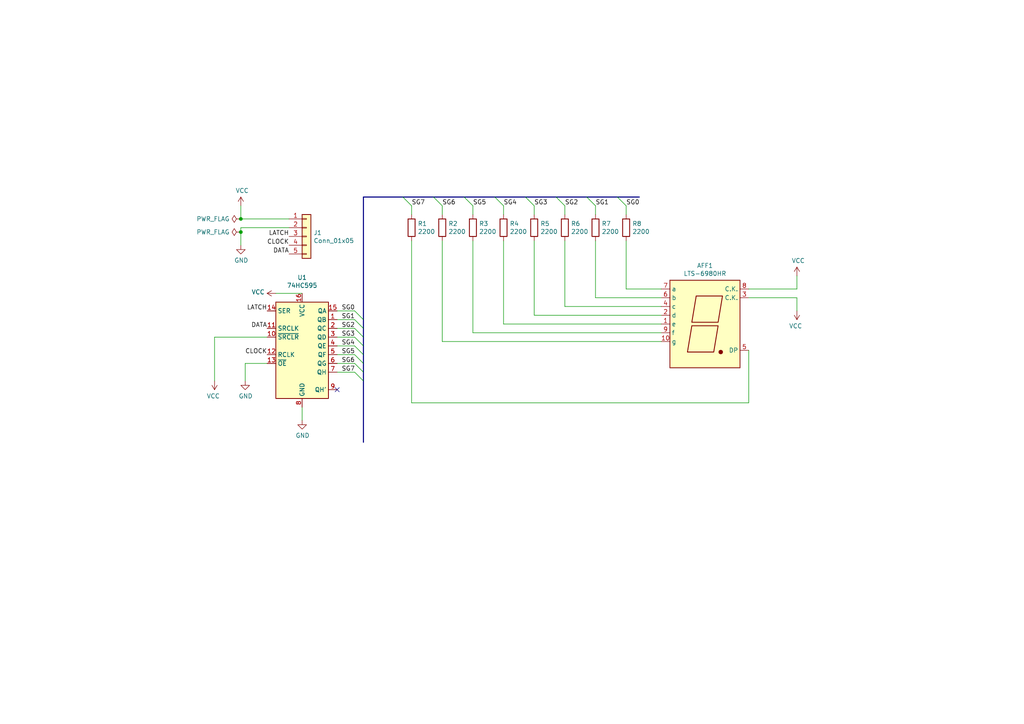
<source format=kicad_sch>
(kicad_sch (version 20211123) (generator eeschema)
  (paper "A4")
  (title_block (title "Seven Segment Display"))
  (lib_symbols
    (symbol "74xx:74HC595"
      (property "Reference" "U" (at -7.62 13.97 0))
      (property "Value" "74HC595" (at -7.62 -16.51 0))
      (symbol "74HC595_1_0"
        (pin tri_state line (at 10.16 7.62 180) (length 2.54) (name "QB") (number "1"))
        (pin input line (at -10.16 2.54 0) (length 2.54) (name "~{SRCLR}") (number "10"))
        (pin input line (at -10.16 5.08 0) (length 2.54) (name "SRCLK") (number "11"))
        (pin input line (at -10.16 -2.54 0) (length 2.54) (name "RCLK") (number "12"))
        (pin input line (at -10.16 -5.08 0) (length 2.54) (name "~{OE}") (number "13"))
        (pin input line (at -10.16 10.16 0) (length 2.54) (name "SER") (number "14"))
        (pin tri_state line (at 10.16 10.16 180) (length 2.54) (name "QA") (number "15"))
        (pin power_in line (at 0 15.24 270) (length 2.54) (name "VCC") (number "16"))
        (pin tri_state line (at 10.16 5.08 180) (length 2.54) (name "QC") (number "2"))
        (pin tri_state line (at 10.16 2.54 180) (length 2.54) (name "QD") (number "3"))
        (pin tri_state line (at 10.16 0 180) (length 2.54) (name "QE") (number "4"))
        (pin tri_state line (at 10.16 -2.54 180) (length 2.54) (name "QF") (number "5"))
        (pin tri_state line (at 10.16 -5.08 180) (length 2.54) (name "QG") (number "6"))
        (pin tri_state line (at 10.16 -7.62 180) (length 2.54) (name "QH") (number "7"))
        (pin power_in line (at 0 -17.78 90) (length 2.54) (name "GND") (number "8"))
        (pin output line (at 10.16 -12.7 180) (length 2.54) (name "QH'") (number "9"))
      )
      (symbol "74HC595_1_1"
        (rectangle (start -7.62 12.7) (end 7.62 -15.24) (stroke (width 0.254)) (fill (type background)))
      )
    )
    (symbol "Connector_Generic:Conn_01x05" (pin_names (offset 1.016) hide)
      (property "Reference" "J" (at 0 7.62 0))
      (property "Value" "Conn_01x05" (at 0 -7.62 0))
      (symbol "Conn_01x05_1_1"
        (rectangle (start -1.27 -4.953) (end 0 -5.207) (stroke (width 0.1524)))
        (rectangle (start -1.27 -2.413) (end 0 -2.667) (stroke (width 0.1524)))
        (rectangle (start -1.27 0.127) (end 0 -0.127) (stroke (width 0.1524)))
        (rectangle (start -1.27 2.667) (end 0 2.413) (stroke (width 0.1524)))
        (rectangle (start -1.27 5.207) (end 0 4.953) (stroke (width 0.1524)))
        (rectangle (start -1.27 6.35) (end 1.27 -6.35) (stroke (width 0.254)) (fill (type background)))
        (pin passive line (at -5.08 5.08 0) (length 3.81) (name "Pin_1") (number "1"))
        (pin passive line (at -5.08 2.54 0) (length 3.81) (name "Pin_2") (number "2"))
        (pin passive line (at -5.08 0 0) (length 3.81) (name "Pin_3") (number "3"))
        (pin passive line (at -5.08 -2.54 0) (length 3.81) (name "Pin_4") (number "4"))
        (pin passive line (at -5.08 -5.08 0) (length 3.81) (name "Pin_5") (number "5"))
      )
    )
    (symbol "Device:R" (pin_numbers hide) (pin_names (offset 0))
      (property "Reference" "R" (at 2.032 0 90))
      (property "Value" "R" (at 0 0 90))
      (symbol "R_0_1"
        (rectangle (start -1.016 -2.54) (end 1.016 2.54) (stroke (width 0.254)))
      )
      (symbol "R_1_1"
        (pin passive line (at 0 3.81 270) (length 1.27) (name "~") (number "1"))
        (pin passive line (at 0 -3.81 90) (length 1.27) (name "~") (number "2"))
      )
    )
    (symbol "Display_Character:LTS-6980HR"
      (property "Reference" "AFF" (at -7.874 13.97 0))
      (property "Value" "LTS-6980HR" (at 4.064 13.97 0))
      (symbol "LTS-6980HR_0_1"
        (rectangle (start -10.16 12.7) (end 10.16 -12.7) (stroke (width 0.254)) (fill (type background)))
        (polyline (pts (xy -3.81 -0.508) (xy 3.81 -0.508) (xy 2.54 -8.128) (xy -5.08 -8.128) (xy -3.81 -0.508) (xy -3.81 -0.508)) (stroke (width 0.254)))
        (polyline (pts (xy -2.54 8.128) (xy 5.08 8.128) (xy 3.81 0.508) (xy -3.81 0.508) (xy -2.54 8.128) (xy -2.54 8.128)) (stroke (width 0.254)))
        (circle (center 4.572 -8.128) (radius 0.508) (stroke (width 0.254)) (fill (type outline)))
      )
      (symbol "LTS-6980HR_1_1"
        (pin passive line (at -12.7 0 0) (length 2.54) (name "e") (number "1"))
        (pin passive line (at -12.7 -5.08 0) (length 2.54) (name "g") (number "10"))
        (pin passive line (at -12.7 2.54 0) (length 2.54) (name "d") (number "2"))
        (pin passive line (at 12.7 7.62 180) (length 2.54) (name "C.K.") (number "3"))
        (pin passive line (at -12.7 5.08 0) (length 2.54) (name "c") (number "4"))
        (pin passive line (at 12.7 -7.62 180) (length 2.54) (name "DP") (number "5"))
        (pin passive line (at -12.7 7.62 0) (length 2.54) (name "b") (number "6"))
        (pin passive line (at -12.7 10.16 0) (length 2.54) (name "a") (number "7"))
        (pin passive line (at 12.7 10.16 180) (length 2.54) (name "C.K.") (number "8"))
        (pin passive line (at -12.7 -2.54 0) (length 2.54) (name "f") (number "9"))
      )
    )
    (symbol "power:GND" (power) (pin_names (offset 0))
      (property "Value" "GND" (at 0 -3.81 0))
      (symbol "GND_0_1"
        (polyline (pts (xy 0 0) (xy 0 -1.27) (xy 1.27 -1.27) (xy 0 -2.54) (xy -1.27 -1.27) (xy 0 -1.27)))
      )
      (symbol "GND_1_1"
        (pin power_in line (at 0 0 270) (length 0) hide (name "GND") (number "1"))
      )
    )
    (symbol "power:PWR_FLAG" (power) (pin_numbers hide) (pin_names (offset 0) hide)
      (property "Value" "PWR_FLAG" (at 0 3.81 0))
      (symbol "PWR_FLAG_0_0"
        (pin power_out line (at 0 0 90) (length 0) (name "pwr") (number "1"))
      )
      (symbol "PWR_FLAG_0_1"
        (polyline (pts (xy 0 0) (xy 0 1.27) (xy -1.016 1.905) (xy 0 2.54) (xy 1.016 1.905) (xy 0 1.27)))
      )
    )
    (symbol "power:VCC" (power) (pin_names (offset 0))
      (property "Value" "VCC" (at 0 3.81 0))
      (symbol "VCC_0_1"
        (polyline (pts (xy -0.762 1.27) (xy 0 2.54)))
        (polyline (pts (xy 0 0) (xy 0 2.54)))
        (polyline (pts (xy 0 2.54) (xy 0.762 1.27)))
      )
      (symbol "VCC_1_1"
        (pin power_in line (at 0 0 90) (length 0) hide (name "VCC") (number "1"))
      )
    )
  )
  (junction (at 69.85 67.31))
  (junction (at 69.85 63.5))
  (no_connect (at 97.79 113.03))
  (bus_entry (at 179.07 57.15) (size 2.54 2.54))
  (bus_entry (at 105.41 102.87) (size -2.54 -2.54))
  (bus_entry (at 161.29 57.15) (size 2.54 2.54))
  (bus_entry (at 105.41 107.95) (size -2.54 -2.54))
  (bus_entry (at 134.62 57.15) (size 2.54 2.54))
  (bus_entry (at 170.18 57.15) (size 2.54 2.54))
  (bus_entry (at 105.41 100.33) (size -2.54 -2.54))
  (bus_entry (at 116.84 57.15) (size 2.54 2.54))
  (bus_entry (at 152.4 57.15) (size 2.54 2.54))
  (bus_entry (at 105.41 92.71) (size -2.54 -2.54))
  (bus_entry (at 105.41 97.79) (size -2.54 -2.54))
  (bus_entry (at 105.41 95.25) (size -2.54 -2.54))
  (bus_entry (at 105.41 105.41) (size -2.54 -2.54))
  (bus_entry (at 105.41 110.49) (size -2.54 -2.54))
  (bus_entry (at 125.73 57.15) (size 2.54 2.54))
  (bus_entry (at 143.51 57.15) (size 2.54 2.54))
  (wire (pts (xy 154.94 91.44) (xy 191.77 91.44)))
  (wire (pts (xy 154.94 59.69) (xy 154.94 62.23)))
  (wire (pts (xy 119.38 69.85) (xy 119.38 116.84)))
  (bus (pts (xy 143.51 57.15) (xy 152.4 57.15)))
  (wire (pts (xy 69.85 66.04) (xy 83.82 66.04)))
  (bus (pts (xy 105.41 97.79) (xy 105.41 100.33)))
  (wire (pts (xy 146.05 93.98) (xy 191.77 93.98)))
  (wire (pts (xy 137.16 69.85) (xy 137.16 96.52)))
  (bus (pts (xy 105.41 92.71) (xy 105.41 95.25)))
  (wire (pts (xy 77.47 97.79) (xy 62.23 97.79)))
  (bus (pts (xy 105.41 95.25) (xy 105.41 97.79)))
  (wire (pts (xy 128.27 69.85) (xy 128.27 99.06)))
  (wire (pts (xy 137.16 59.69) (xy 137.16 62.23)))
  (bus (pts (xy 105.41 105.41) (xy 105.41 107.95)))
  (wire (pts (xy 231.14 90.17) (xy 231.14 86.36)))
  (wire (pts (xy 128.27 59.69) (xy 128.27 62.23)))
  (bus (pts (xy 105.41 57.15) (xy 105.41 92.71)))
  (wire (pts (xy 97.79 90.17) (xy 102.87 90.17)))
  (wire (pts (xy 69.85 67.31) (xy 69.85 71.12)))
  (wire (pts (xy 163.83 88.9) (xy 191.77 88.9)))
  (wire (pts (xy 87.63 118.11) (xy 87.63 121.92)))
  (wire (pts (xy 97.79 100.33) (xy 102.87 100.33)))
  (wire (pts (xy 119.38 116.84) (xy 217.17 116.84)))
  (bus (pts (xy 125.73 57.15) (xy 134.62 57.15)))
  (wire (pts (xy 69.85 66.04) (xy 69.85 67.31)))
  (wire (pts (xy 146.05 69.85) (xy 146.05 93.98)))
  (wire (pts (xy 217.17 116.84) (xy 217.17 101.6)))
  (bus (pts (xy 152.4 57.15) (xy 161.29 57.15)))
  (wire (pts (xy 137.16 96.52) (xy 191.77 96.52)))
  (wire (pts (xy 217.17 86.36) (xy 231.14 86.36)))
  (bus (pts (xy 105.41 100.33) (xy 105.41 102.87)))
  (bus (pts (xy 179.07 57.15) (xy 185.42 57.15)))
  (bus (pts (xy 170.18 57.15) (xy 179.07 57.15)))
  (wire (pts (xy 71.12 105.41) (xy 71.12 110.49)))
  (wire (pts (xy 181.61 69.85) (xy 181.61 83.82)))
  (wire (pts (xy 97.79 95.25) (xy 102.87 95.25)))
  (wire (pts (xy 172.72 86.36) (xy 191.77 86.36)))
  (bus (pts (xy 105.41 107.95) (xy 105.41 110.49)))
  (wire (pts (xy 119.38 59.69) (xy 119.38 62.23)))
  (wire (pts (xy 97.79 97.79) (xy 102.87 97.79)))
  (bus (pts (xy 105.41 102.87) (xy 105.41 105.41)))
  (wire (pts (xy 62.23 97.79) (xy 62.23 110.49)))
  (wire (pts (xy 97.79 105.41) (xy 102.87 105.41)))
  (wire (pts (xy 231.14 80.01) (xy 231.14 83.82)))
  (wire (pts (xy 87.63 85.09) (xy 80.01 85.09)))
  (wire (pts (xy 172.72 69.85) (xy 172.72 86.36)))
  (wire (pts (xy 181.61 59.69) (xy 181.61 62.23)))
  (wire (pts (xy 97.79 107.95) (xy 102.87 107.95)))
  (wire (pts (xy 77.47 105.41) (xy 71.12 105.41)))
  (wire (pts (xy 128.27 99.06) (xy 191.77 99.06)))
  (wire (pts (xy 83.82 63.5) (xy 69.85 63.5)))
  (wire (pts (xy 97.79 92.71) (xy 102.87 92.71)))
  (wire (pts (xy 163.83 59.69) (xy 163.83 62.23)))
  (bus (pts (xy 105.41 57.15) (xy 116.84 57.15)))
  (wire (pts (xy 146.05 59.69) (xy 146.05 62.23)))
  (bus (pts (xy 116.84 57.15) (xy 125.73 57.15)))
  (wire (pts (xy 217.17 83.82) (xy 231.14 83.82)))
  (wire (pts (xy 172.72 59.69) (xy 172.72 62.23)))
  (bus (pts (xy 161.29 57.15) (xy 170.18 57.15)))
  (wire (pts (xy 69.85 63.5) (xy 69.85 59.69)))
  (wire (pts (xy 181.61 83.82) (xy 191.77 83.82)))
  (bus (pts (xy 105.41 110.49) (xy 105.41 128.27)))
  (wire (pts (xy 97.79 102.87) (xy 102.87 102.87)))
  (bus (pts (xy 134.62 57.15) (xy 143.51 57.15)))
  (wire (pts (xy 154.94 69.85) (xy 154.94 91.44)))
  (wire (pts (xy 163.83 69.85) (xy 163.83 88.9)))
  (label "SG7" (at 99.06 107.95 0))
  (label "LATCH" (at 77.47 90.17 180))
  (label "SG2" (at 99.06 95.25 0))
  (label "DATA" (at 77.47 95.25 180))
  (label "SG5" (at 99.06 102.87 0))
  (label "SG7" (at 119.38 59.69 0))
  (label "SG4" (at 146.05 59.69 0))
  (label "SG0" (at 181.61 59.69 0))
  (label "CLOCK" (at 83.82 71.12 180))
  (label "DATA" (at 83.82 73.66 180))
  (label "LATCH" (at 83.82 68.58 180))
  (label "SG4" (at 99.06 100.33 0))
  (label "SG6" (at 128.27 59.69 0))
  (label "SG1" (at 172.72 59.69 0))
  (label "SG3" (at 154.94 59.69 0))
  (label "SG2" (at 163.83 59.69 0))
  (label "SG3" (at 99.06 97.79 0))
  (label "SG6" (at 99.06 105.41 0))
  (label "SG1" (at 99.06 92.71 0))
  (label "SG0" (at 99.06 90.17 0))
  (label "SG5" (at 137.16 59.69 0))
  (label "CLOCK" (at 77.47 102.87 180))
  (symbol (lib_id "Device:R") (at 154.94 66.04 0) (unit 1)
    (property "Reference" "R5" (at 156.718 64.8716 0) (effects (justify left)))
    (property "Value" "2200" (at 156.718 67.183 0) (effects (justify left)))
    (property "Footprint" "Resistor_THT:R_Axial_DIN0411_L9.9mm_D3.6mm_P25.40mm_Horizontal" (effects hide))
  )
  (symbol (lib_id "Device:R") (at 128.27 66.04 0) (unit 1)
    (property "Reference" "R2" (at 130.048 64.8716 0) (effects (justify left)))
    (property "Value" "2200" (at 130.048 67.183 0) (effects (justify left)))
    (property "Footprint" "Resistor_THT:R_Axial_DIN0411_L9.9mm_D3.6mm_P25.40mm_Horizontal" (effects hide))
  )
  (symbol (lib_id "Device:R") (at 119.38 66.04 0) (unit 1)
    (property "Reference" "R1" (at 121.158 64.8716 0) (effects (justify left)))
    (property "Value" "2200" (at 121.158 67.183 0) (effects (justify left)))
    (property "Footprint" "Resistor_THT:R_Axial_DIN0411_L9.9mm_D3.6mm_P25.40mm_Horizontal" (effects hide))
  )
  (symbol (lib_id "Device:R") (at 137.16 66.04 0) (unit 1)
    (property "Reference" "R3" (at 138.938 64.8716 0) (effects (justify left)))
    (property "Value" "2200" (at 138.938 67.183 0) (effects (justify left)))
    (property "Footprint" "Resistor_THT:R_Axial_DIN0411_L9.9mm_D3.6mm_P25.40mm_Horizontal" (effects hide))
  )
  (symbol (lib_id "Device:R") (at 163.83 66.04 0) (unit 1)
    (property "Reference" "R6" (at 165.608 64.8716 0) (effects (justify left)))
    (property "Value" "2200" (at 165.608 67.183 0) (effects (justify left)))
    (property "Footprint" "Resistor_THT:R_Axial_DIN0411_L9.9mm_D3.6mm_P25.40mm_Horizontal" (effects hide))
  )
  (symbol (lib_id "Device:R") (at 181.61 66.04 0) (unit 1)
    (property "Reference" "R8" (at 183.388 64.8716 0) (effects (justify left)))
    (property "Value" "2200" (at 183.388 67.183 0) (effects (justify left)))
    (property "Footprint" "Resistor_THT:R_Axial_DIN0411_L9.9mm_D3.6mm_P25.40mm_Horizontal" (effects hide))
  )
  (symbol (lib_id "Device:R") (at 146.05 66.04 0) (unit 1)
    (property "Reference" "R4" (at 147.828 64.8716 0) (effects (justify left)))
    (property "Value" "2200" (at 147.828 67.183 0) (effects (justify left)))
    (property "Footprint" "Resistor_THT:R_Axial_DIN0411_L9.9mm_D3.6mm_P25.40mm_Horizontal" (effects hide))
  )
  (symbol (lib_id "Device:R") (at 172.72 66.04 0) (unit 1)
    (property "Reference" "R7" (at 174.498 64.8716 0) (effects (justify left)))
    (property "Value" "2200" (at 174.498 67.183 0) (effects (justify left)))
    (property "Footprint" "Resistor_THT:R_Axial_DIN0411_L9.9mm_D3.6mm_P25.40mm_Horizontal" (effects hide))
  )
  (symbol (lib_id "Connector_Generic:Conn_01x05") (at 88.9 68.58 0) (unit 1)
    (property "Reference" "J1" (at 90.932 67.5132 0) (effects (justify left)))
    (property "Value" "Conn_01x05" (at 90.932 69.8246 0) (effects (justify left)))
    (property "Footprint" "Connector_PinHeader_2.54mm:PinHeader_1x05_P2.54mm_Horizontal" (effects hide))
  )
  (symbol (lib_id "74xx:74HC595") (at 87.63 100.33 0) (unit 1)
    (property "Reference" "U1" (at 87.63 80.4926 0))
    (property "Value" "74HC595" (at 87.63 82.804 0))
    (property "Footprint" "Seven Segment Display:DIP16-2.54-20.32X5.84MM" (effects hide))
    (property "Datasheet" "http://www.ti.com/lit/ds/symlink/sn74hc595.pdf" (effects hide))
  )
  (symbol (lib_id "Display_Character:LTS-6980HR") (at 204.47 93.98 0) (unit 1)
    (property "Reference" "AFF1" (at 204.47 77.0382 0))
    (property "Value" "LTS-6980HR" (at 204.47 79.3496 0))
    (property "Footprint" "Display_7Segment:7SegmentLED_LTS6760_LTS6780" (effects hide))
    (property "Datasheet" "http://datasheet.octopart.com/LTS-6960HR-Lite-On-datasheet-11803242.pdf" (effects hide))
  )
  (symbol (lib_id "power:GND") (at 71.12 110.49 0) (unit 1)
    (property "Reference" "#PWR0104" (effects hide))
    (property "Value" "GND" (at 71.247 114.8842 0))
  )
  (symbol (lib_id "power:VCC") (at 62.23 110.49 180) (unit 1)
    (property "Reference" "#PWR0105" (effects hide))
    (property "Value" "VCC" (at 61.849 114.8842 0))
  )
  (symbol (lib_id "power:PWR_FLAG") (at 69.85 63.5 90) (unit 1)
    (property "Reference" "#FLG0101" (effects hide))
    (property "Value" "PWR_FLAG" (at 66.6242 63.5 90) (effects (justify left)))
  )
  (symbol (lib_id "power:PWR_FLAG") (at 69.85 67.31 90) (unit 1)
    (property "Reference" "#FLG0102" (effects hide))
    (property "Value" "PWR_FLAG" (at 66.6242 67.31 90) (effects (justify left)))
  )
  (symbol (lib_id "power:GND") (at 87.63 121.92 0) (unit 1)
    (property "Reference" "#PWR0106" (effects hide))
    (property "Value" "GND" (at 87.757 126.3142 0))
  )
  (symbol (lib_id "power:VCC") (at 80.01 85.09 90) (unit 1)
    (property "Reference" "#PWR0107" (effects hide))
    (property "Value" "VCC" (at 76.7842 84.709 90) (effects (justify left)))
  )
  (symbol (lib_id "power:VCC") (at 231.14 90.17 180) (unit 1)
    (property "Reference" "#PWR0108" (effects hide))
    (property "Value" "VCC" (at 230.759 94.5642 0))
  )
  (symbol (lib_id "power:VCC") (at 231.14 80.01 0) (unit 1)
    (property "Reference" "#PWR0101" (effects hide))
    (property "Value" "VCC" (at 231.521 75.6158 0))
  )
  (symbol (lib_id "power:VCC") (at 69.85 59.69 0) (unit 1)
    (property "Reference" "#PWR0103" (effects hide))
    (property "Value" "VCC" (at 70.231 55.2958 0))
  )
  (symbol (lib_id "power:GND") (at 69.85 71.12 0) (unit 1)
    (property "Reference" "#PWR0102" (effects hide))
    (property "Value" "GND" (at 69.977 75.5142 0))
  )
)
</source>
